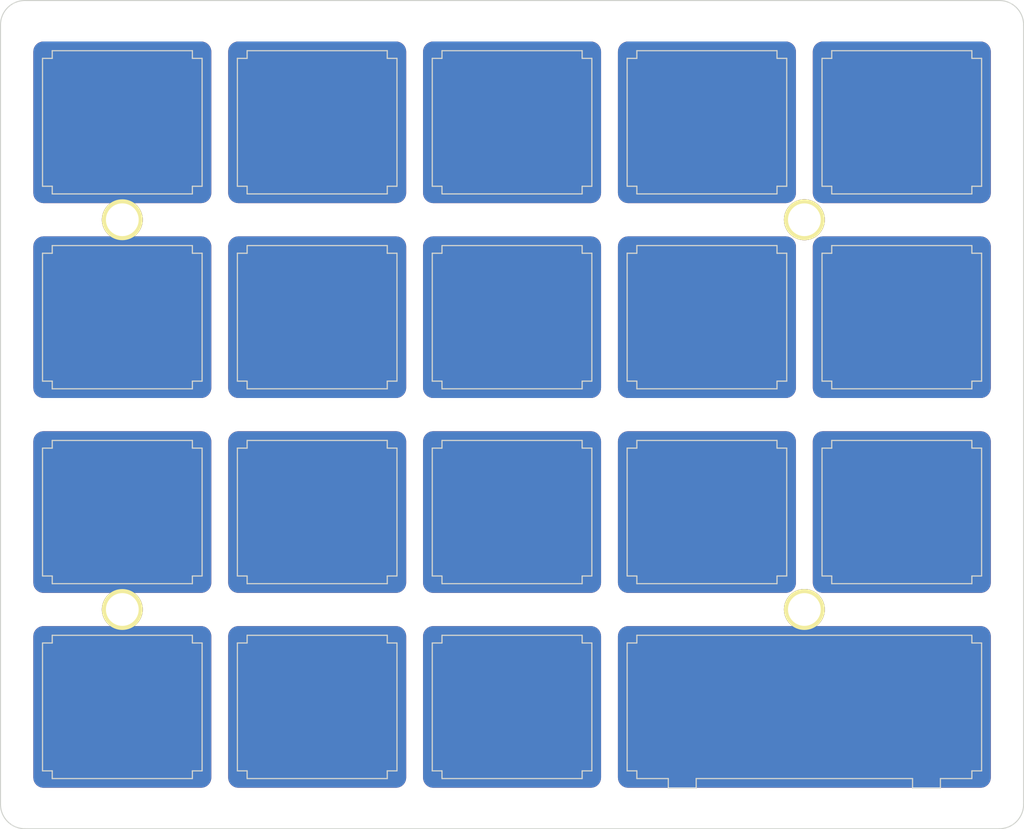
<source format=kicad_pcb>
(kicad_pcb (version 20210925) (generator pcbnew)
  (layers (0 "F.Cu" signal) (31 "B.Cu" signal) (34 "B.Paste" user) (35 "F.Paste" user) (36 "B.SilkS" user "B.Silkscreen") (37 "F.SilkS" user "F.Silkscreen") (38 "B.Mask" user) (39 "F.Mask" user) (44 "Edge.Cuts" user))
  (net 0 "")
  (footprint "Keebio_Components:MX-Alps_Switch_Cutout" (layer "F.Cu") (at 115.8875 76.2)
    (fp_text reference "REF**" hide)
    (fp_text value "MX-Alps_Switch_Cutout" hide)
    (fp_line (start -6.85 7) (end -6.85 6.25) (layer "Edge.Cuts") (width 0.12))
    (fp_line (start 7.8 -6.25) (end 7.8 6.25) (layer "Edge.Cuts") (width 0.12))
    (fp_line (start 6.85 -6.25) (end 7.8 -6.25) (layer "Edge.Cuts") (width 0.12))
    (fp_line (start -7.8 -6.25) (end -6.85 -6.25) (layer "Edge.Cuts") (width 0.12))
    (fp_line (start -6.85 -6.25) (end -6.85 -7) (layer "Edge.Cuts") (width 0.12))
    (fp_line (start -6.85 -7) (end 6.85 -7) (layer "Edge.Cuts") (width 0.12))
    (fp_line (start 7.8 6.25) (end 6.85 6.25) (layer "Edge.Cuts") (width 0.12))
    (fp_line (start -7.8 6.25) (end -7.8 -6.25) (layer "Edge.Cuts") (width 0.12))
    (fp_line (start 6.85 7) (end -6.85 7) (layer "Edge.Cuts") (width 0.12))
    (fp_line (start -6.85 6.25) (end -7.8 6.25) (layer "Edge.Cuts") (width 0.12))
    (fp_line (start 6.85 6.25) (end 6.85 7) (layer "Edge.Cuts") (width 0.12))
    (fp_line (start 6.85 -7) (end 6.85 -6.25) (layer "Edge.Cuts") (width 0.12))
    (pad "1" smd roundrect locked (at 0 0 180) (size 17.4 15.8) (layers "B.Cu" "B.Mask") (roundrect_rratio 0.063))
    (pad "1" smd roundrect locked (at 0 0 180) (size 17.4 15.8) (layers "F.Cu" "F.Mask") (roundrect_rratio 0.063))
  )
  (footprint "Keebio_Components:MX-Alps_Switch_Cutout" (layer "F.Cu") (at 173.0375 57.15)
    (fp_text reference "REF**" hide)
    (fp_text value "MX-Alps_Switch_Cutout" hide)
    (fp_line (start 7.8 6.25) (end 6.85 6.25) (layer "Edge.Cuts") (width 0.12))
    (fp_line (start -7.8 6.25) (end -7.8 -6.25) (layer "Edge.Cuts") (width 0.12))
    (fp_line (start -6.85 7) (end -6.85 6.25) (layer "Edge.Cuts") (width 0.12))
    (fp_line (start 7.8 -6.25) (end 7.8 6.25) (layer "Edge.Cuts") (width 0.12))
    (fp_line (start 6.85 6.25) (end 6.85 7) (layer "Edge.Cuts") (width 0.12))
    (fp_line (start 6.85 7) (end -6.85 7) (layer "Edge.Cuts") (width 0.12))
    (fp_line (start -6.85 -6.25) (end -6.85 -7) (layer "Edge.Cuts") (width 0.12))
    (fp_line (start 6.85 -7) (end 6.85 -6.25) (layer "Edge.Cuts") (width 0.12))
    (fp_line (start -6.85 -7) (end 6.85 -7) (layer "Edge.Cuts") (width 0.12))
    (fp_line (start -7.8 -6.25) (end -6.85 -6.25) (layer "Edge.Cuts") (width 0.12))
    (fp_line (start -6.85 6.25) (end -7.8 6.25) (layer "Edge.Cuts") (width 0.12))
    (fp_line (start 6.85 -6.25) (end 7.8 -6.25) (layer "Edge.Cuts") (width 0.12))
    (pad "1" smd roundrect locked (at 0 0 180) (size 17.4 15.8) (layers "F.Cu" "F.Mask") (roundrect_rratio 0.063))
    (pad "1" smd roundrect locked (at 0 0 180) (size 17.4 15.8) (layers "B.Cu" "B.Mask") (roundrect_rratio 0.063))
  )
  (footprint "Keebio_Components:MX-Alps_Switch_Cutout" (layer "F.Cu") (at 173.0375 76.2)
    (fp_text reference "REF**" hide)
    (fp_text value "MX-Alps_Switch_Cutout" hide)
    (fp_line (start 6.85 -7) (end 6.85 -6.25) (layer "Edge.Cuts") (width 0.12))
    (fp_line (start -6.85 -6.25) (end -6.85 -7) (layer "Edge.Cuts") (width 0.12))
    (fp_line (start -6.85 -7) (end 6.85 -7) (layer "Edge.Cuts") (width 0.12))
    (fp_line (start 6.85 6.25) (end 6.85 7) (layer "Edge.Cuts") (width 0.12))
    (fp_line (start 7.8 -6.25) (end 7.8 6.25) (layer "Edge.Cuts") (width 0.12))
    (fp_line (start -7.8 6.25) (end -7.8 -6.25) (layer "Edge.Cuts") (width 0.12))
    (fp_line (start 6.85 -6.25) (end 7.8 -6.25) (layer "Edge.Cuts") (width 0.12))
    (fp_line (start -6.85 6.25) (end -7.8 6.25) (layer "Edge.Cuts") (width 0.12))
    (fp_line (start 7.8 6.25) (end 6.85 6.25) (layer "Edge.Cuts") (width 0.12))
    (fp_line (start -7.8 -6.25) (end -6.85 -6.25) (layer "Edge.Cuts") (width 0.12))
    (fp_line (start 6.85 7) (end -6.85 7) (layer "Edge.Cuts") (width 0.12))
    (fp_line (start -6.85 7) (end -6.85 6.25) (layer "Edge.Cuts") (width 0.12))
    (pad "1" smd roundrect locked (at 0 0 180) (size 17.4 15.8) (layers "B.Cu" "B.Mask") (roundrect_rratio 0.063))
    (pad "1" smd roundrect locked (at 0 0 180) (size 17.4 15.8) (layers "F.Cu" "F.Mask") (roundrect_rratio 0.063))
  )
  (footprint "Keebio_Components:MX-Alps_Switch_Cutout" (layer "F.Cu") (at 115.8875 114.3)
    (fp_text reference "REF**" hide)
    (fp_text value "MX-Alps_Switch_Cutout" hide)
    (fp_line (start 6.85 -6.25) (end 7.8 -6.25) (layer "Edge.Cuts") (width 0.12))
    (fp_line (start -6.85 -7) (end 6.85 -7) (layer "Edge.Cuts") (width 0.12))
    (fp_line (start -7.8 -6.25) (end -6.85 -6.25) (layer "Edge.Cuts") (width 0.12))
    (fp_line (start -6.85 7) (end -6.85 6.25) (layer "Edge.Cuts") (width 0.12))
    (fp_line (start 6.85 7) (end -6.85 7) (layer "Edge.Cuts") (width 0.12))
    (fp_line (start 6.85 -7) (end 6.85 -6.25) (layer "Edge.Cuts") (width 0.12))
    (fp_line (start -6.85 -6.25) (end -6.85 -7) (layer "Edge.Cuts") (width 0.12))
    (fp_line (start 7.8 -6.25) (end 7.8 6.25) (layer "Edge.Cuts") (width 0.12))
    (fp_line (start 7.8 6.25) (end 6.85 6.25) (layer "Edge.Cuts") (width 0.12))
    (fp_line (start -7.8 6.25) (end -7.8 -6.25) (layer "Edge.Cuts") (width 0.12))
    (fp_line (start 6.85 6.25) (end 6.85 7) (layer "Edge.Cuts") (width 0.12))
    (fp_line (start -6.85 6.25) (end -7.8 6.25) (layer "Edge.Cuts") (width 0.12))
    (pad "1" smd roundrect locked (at 0 0 180) (size 17.4 15.8) (layers "F.Cu" "F.Mask") (roundrect_rratio 0.063))
    (pad "1" smd roundrect locked (at 0 0 180) (size 17.4 15.8) (layers "B.Cu" "B.Mask") (roundrect_rratio 0.063))
  )
  (footprint "Keyboard_Parts:HOLE_M3" (layer "F.Cu") (at 163.5125 66.675)
    (fp_text reference "H4" hide)
    (fp_text value "Hole" hide)
    (pad "1" thru_hole circle locked (at 0 0) (size 4 4) (drill 3.2) (layers *.Cu *.Mask "F.SilkS"))
  )
  (footprint "Keebio_Components:MX-Alps_Switch_Cutout" (layer "F.Cu") (at 115.8875 95.25)
    (fp_text reference "REF**" hide)
    (fp_text value "MX-Alps_Switch_Cutout" hide)
    (fp_line (start 7.8 6.25) (end 6.85 6.25) (layer "Edge.Cuts") (width 0.12))
    (fp_line (start 6.85 -6.25) (end 7.8 -6.25) (layer "Edge.Cuts") (width 0.12))
    (fp_line (start 7.8 -6.25) (end 7.8 6.25) (layer "Edge.Cuts") (width 0.12))
    (fp_line (start -6.85 -6.25) (end -6.85 -7) (layer "Edge.Cuts") (width 0.12))
    (fp_line (start -6.85 -7) (end 6.85 -7) (layer "Edge.Cuts") (width 0.12))
    (fp_line (start 6.85 7) (end -6.85 7) (layer "Edge.Cuts") (width 0.12))
    (fp_line (start -6.85 7) (end -6.85 6.25) (layer "Edge.Cuts") (width 0.12))
    (fp_line (start -7.8 -6.25) (end -6.85 -6.25) (layer "Edge.Cuts") (width 0.12))
    (fp_line (start -7.8 6.25) (end -7.8 -6.25) (layer "Edge.Cuts") (width 0.12))
    (fp_line (start 6.85 -7) (end 6.85 -6.25) (layer "Edge.Cuts") (width 0.12))
    (fp_line (start 6.85 6.25) (end 6.85 7) (layer "Edge.Cuts") (width 0.12))
    (fp_line (start -6.85 6.25) (end -7.8 6.25) (layer "Edge.Cuts") (width 0.12))
    (pad "1" smd roundrect locked (at 0 0 180) (size 17.4 15.8) (layers "B.Cu" "B.Mask") (roundrect_rratio 0.063))
    (pad "1" smd roundrect locked (at 0 0 180) (size 17.4 15.8) (layers "F.Cu" "F.Mask") (roundrect_rratio 0.063))
  )
  (footprint "Keyboard_Parts:HOLE_M3" (layer "F.Cu") (at 96.8375 104.775)
    (fp_text reference "H3" hide)
    (fp_text value "Hole" hide)
    (pad "1" thru_hole circle locked (at 0 0) (size 4 4) (drill 3.2) (layers *.Cu *.Mask "F.SilkS"))
  )
  (footprint "Keebio_Components:MX-Alps_Switch_Cutout" (layer "F.Cu") (at 153.9875 76.2)
    (fp_text reference "REF**" hide)
    (fp_text value "MX-Alps_Switch_Cutout" hide)
    (fp_line (start 6.85 -7) (end 6.85 -6.25) (layer "Edge.Cuts") (width 0.12))
    (fp_line (start -6.85 -7) (end 6.85 -7) (layer "Edge.Cuts") (width 0.12))
    (fp_line (start -6.85 6.25) (end -7.8 6.25) (layer "Edge.Cuts") (width 0.12))
    (fp_line (start 6.85 7) (end -6.85 7) (layer "Edge.Cuts") (width 0.12))
    (fp_line (start -6.85 -6.25) (end -6.85 -7) (layer "Edge.Cuts") (width 0.12))
    (fp_line (start -7.8 6.25) (end -7.8 -6.25) (layer "Edge.Cuts") (width 0.12))
    (fp_line (start -6.85 7) (end -6.85 6.25) (layer "Edge.Cuts") (width 0.12))
    (fp_line (start 7.8 6.25) (end 6.85 6.25) (layer "Edge.Cuts") (width 0.12))
    (fp_line (start 7.8 -6.25) (end 7.8 6.25) (layer "Edge.Cuts") (width 0.12))
    (fp_line (start -7.8 -6.25) (end -6.85 -6.25) (layer "Edge.Cuts") (width 0.12))
    (fp_line (start 6.85 -6.25) (end 7.8 -6.25) (layer "Edge.Cuts") (width 0.12))
    (fp_line (start 6.85 6.25) (end 6.85 7) (layer "Edge.Cuts") (width 0.12))
    (pad "1" smd roundrect locked (at 0 0 180) (size 17.4 15.8) (layers "F.Cu" "F.Mask") (roundrect_rratio 0.063))
    (pad "1" smd roundrect locked (at 0 0 180) (size 17.4 15.8) (layers "B.Cu" "B.Mask") (roundrect_rratio 0.063))
  )
  (footprint "Keebio_Components:MX-Alps_Switch_Cutout" (layer "F.Cu") (at 134.9375 76.2)
    (fp_text reference "REF**" hide)
    (fp_text value "MX-Alps_Switch_Cutout" hide)
    (fp_line (start 6.85 -6.25) (end 7.8 -6.25) (layer "Edge.Cuts") (width 0.12))
    (fp_line (start -6.85 6.25) (end -7.8 6.25) (layer "Edge.Cuts") (width 0.12))
    (fp_line (start -6.85 7) (end -6.85 6.25) (layer "Edge.Cuts") (width 0.12))
    (fp_line (start 6.85 -7) (end 6.85 -6.25) (layer "Edge.Cuts") (width 0.12))
    (fp_line (start -7.8 6.25) (end -7.8 -6.25) (layer "Edge.Cuts") (width 0.12))
    (fp_line (start 6.85 6.25) (end 6.85 7) (layer "Edge.Cuts") (width 0.12))
    (fp_line (start -6.85 -6.25) (end -6.85 -7) (layer "Edge.Cuts") (width 0.12))
    (fp_line (start 7.8 6.25) (end 6.85 6.25) (layer "Edge.Cuts") (width 0.12))
    (fp_line (start 6.85 7) (end -6.85 7) (layer "Edge.Cuts") (width 0.12))
    (fp_line (start -7.8 -6.25) (end -6.85 -6.25) (layer "Edge.Cuts") (width 0.12))
    (fp_line (start -6.85 -7) (end 6.85 -7) (layer "Edge.Cuts") (width 0.12))
    (fp_line (start 7.8 -6.25) (end 7.8 6.25) (layer "Edge.Cuts") (width 0.12))
    (pad "1" smd roundrect locked (at 0 0 180) (size 17.4 15.8) (layers "F.Cu" "F.Mask") (roundrect_rratio 0.063))
    (pad "1" smd roundrect locked (at 0 0 180) (size 17.4 15.8) (layers "B.Cu" "B.Mask") (roundrect_rratio 0.063))
  )
  (footprint "Keebio_Components:MX-Alps_Switch_Cutout" (layer "F.Cu") (at 173.0375 95.25)
    (fp_text reference "REF**" hide)
    (fp_text value "MX-Alps_Switch_Cutout" hide)
    (fp_line (start 6.85 6.25) (end 6.85 7) (layer "Edge.Cuts") (width 0.12))
    (fp_line (start 6.85 -6.25) (end 7.8 -6.25) (layer "Edge.Cuts") (width 0.12))
    (fp_line (start 7.8 6.25) (end 6.85 6.25) (layer "Edge.Cuts") (width 0.12))
    (fp_line (start 6.85 7) (end -6.85 7) (layer "Edge.Cuts") (width 0.12))
    (fp_line (start 7.8 -6.25) (end 7.8 6.25) (layer "Edge.Cuts") (width 0.12))
    (fp_line (start 6.85 -7) (end 6.85 -6.25) (layer "Edge.Cuts") (width 0.12))
    (fp_line (start -6.85 -6.25) (end -6.85 -7) (layer "Edge.Cuts") (width 0.12))
    (fp_line (start -7.8 -6.25) (end -6.85 -6.25) (layer "Edge.Cuts") (width 0.12))
    (fp_line (start -6.85 6.25) (end -7.8 6.25) (layer "Edge.Cuts") (width 0.12))
    (fp_line (start -6.85 7) (end -6.85 6.25) (layer "Edge.Cuts") (width 0.12))
    (fp_line (start -7.8 6.25) (end -7.8 -6.25) (layer "Edge.Cuts") (width 0.12))
    (fp_line (start -6.85 -7) (end 6.85 -7) (layer "Edge.Cuts") (width 0.12))
    (pad "1" smd roundrect locked (at 0 0 180) (size 17.4 15.8) (layers "B.Cu" "B.Mask") (roundrect_rratio 0.063))
    (pad "1" smd roundrect locked (at 0 0 180) (size 17.4 15.8) (layers "F.Cu" "F.Mask") (roundrect_rratio 0.063))
  )
  (footprint "Keebio_Components:MX-Alps_Switch_Cutout" (layer "F.Cu") (at 96.8375 95.25)
    (fp_text reference "REF**" hide)
    (fp_text value "MX-Alps_Switch_Cutout" hide)
    (fp_line (start -6.85 7) (end -6.85 6.25) (layer "Edge.Cuts") (width 0.12))
    (fp_line (start 6.85 7) (end -6.85 7) (layer "Edge.Cuts") (width 0.12))
    (fp_line (start -6.85 6.25) (end -7.8 6.25) (layer "Edge.Cuts") (width 0.12))
    (fp_line (start -6.85 -6.25) (end -6.85 -7) (layer "Edge.Cuts") (width 0.12))
    (fp_line (start -6.85 -7) (end 6.85 -7) (layer "Edge.Cuts") (width 0.12))
    (fp_line (start -7.8 6.25) (end -7.8 -6.25) (layer "Edge.Cuts") (width 0.12))
    (fp_line (start 7.8 -6.25) (end 7.8 6.25) (layer "Edge.Cuts") (width 0.12))
    (fp_line (start 6.85 -7) (end 6.85 -6.25) (layer "Edge.Cuts") (width 0.12))
    (fp_line (start 7.8 6.25) (end 6.85 6.25) (layer "Edge.Cuts") (width 0.12))
    (fp_line (start 6.85 6.25) (end 6.85 7) (layer "Edge.Cuts") (width 0.12))
    (fp_line (start -7.8 -6.25) (end -6.85 -6.25) (layer "Edge.Cuts") (width 0.12))
    (fp_line (start 6.85 -6.25) (end 7.8 -6.25) (layer "Edge.Cuts") (width 0.12))
    (pad "1" smd roundrect locked (at 0 0 180) (size 17.4 15.8) (layers "F.Cu" "F.Mask") (roundrect_rratio 0.063))
    (pad "1" smd roundrect locked (at 0 0 180) (size 17.4 15.8) (layers "B.Cu" "B.Mask") (roundrect_rratio 0.063))
  )
  (footprint "Keyboard_Parts:HOLE_M3" (layer "F.Cu") (at 96.8375 66.675)
    (fp_text reference "H1" hide)
    (fp_text value "Hole" hide)
    (pad "1" thru_hole circle locked (at 0 0) (size 4 4) (drill 3.2) (layers *.Cu *.Mask "F.SilkS"))
  )
  (footprint "Keebio_Components:MX-Alps_Switch_Cutout" (layer "F.Cu") (at 96.8375 76.2)
    (fp_text reference "REF**" hide)
    (fp_text value "MX-Alps_Switch_Cutout" hide)
    (fp_line (start -6.85 7) (end -6.85 6.25) (layer "Edge.Cuts") (width 0.12))
    (fp_line (start -6.85 -7) (end 6.85 -7) (layer "Edge.Cuts") (width 0.12))
    (fp_line (start -7.8 6.25) (end -7.8 -6.25) (layer "Edge.Cuts") (width 0.12))
    (fp_line (start 6.85 -6.25) (end 7.8 -6.25) (layer "Edge.Cuts") (width 0.12))
    (fp_line (start 7.8 -6.25) (end 7.8 6.25) (layer "Edge.Cuts") (width 0.12))
    (fp_line (start 7.8 6.25) (end 6.85 6.25) (layer "Edge.Cuts") (width 0.12))
    (fp_line (start -6.85 6.25) (end -7.8 6.25) (layer "Edge.Cuts") (width 0.12))
    (fp_line (start 6.85 -7) (end 6.85 -6.25) (layer "Edge.Cuts") (width 0.12))
    (fp_line (start -7.8 -6.25) (end -6.85 -6.25) (layer "Edge.Cuts") (width 0.12))
    (fp_line (start 6.85 6.25) (end 6.85 7) (layer "Edge.Cuts") (width 0.12))
    (fp_line (start -6.85 -6.25) (end -6.85 -7) (layer "Edge.Cuts") (width 0.12))
    (fp_line (start 6.85 7) (end -6.85 7) (layer "Edge.Cuts") (width 0.12))
    (pad "1" smd roundrect locked (at 0 0 180) (size 17.4 15.8) (layers "B.Cu" "B.Mask") (roundrect_rratio 0.063))
    (pad "1" smd roundrect locked (at 0 0 180) (size 17.4 15.8) (layers "F.Cu" "F.Mask") (roundrect_rratio 0.063))
  )
  (footprint "Keebio_Components:MX-Alps_Switch_Cutout" (layer "F.Cu") (at 153.9875 95.25)
    (fp_text reference "REF**" hide)
    (fp_text value "MX-Alps_Switch_Cutout" hide)
    (fp_line (start 7.8 -6.25) (end 7.8 6.25) (layer "Edge.Cuts") (width 0.12))
    (fp_line (start -6.85 -6.25) (end -6.85 -7) (layer "Edge.Cuts") (width 0.12))
    (fp_line (start 6.85 -7) (end 6.85 -6.25) (layer "Edge.Cuts") (width 0.12))
    (fp_line (start 6.85 6.25) (end 6.85 7) (layer "Edge.Cuts") (width 0.12))
    (fp_line (start 6.85 7) (end -6.85 7) (layer "Edge.Cuts") (width 0.12))
    (fp_line (start -6.85 6.25) (end -7.8 6.25) (layer "Edge.Cuts") (width 0.12))
    (fp_line (start -6.85 7) (end -6.85 6.25) (layer "Edge.Cuts") (width 0.12))
    (fp_line (start 7.8 6.25) (end 6.85 6.25) (layer "Edge.Cuts") (width 0.12))
    (fp_line (start 6.85 -6.25) (end 7.8 -6.25) (layer "Edge.Cuts") (width 0.12))
    (fp_line (start -6.85 -7) (end 6.85 -7) (layer "Edge.Cuts") (width 0.12))
    (fp_line (start -7.8 6.25) (end -7.8 -6.25) (layer "Edge.Cuts") (width 0.12))
    (fp_line (start -7.8 -6.25) (end -6.85 -6.25) (layer "Edge.Cuts") (width 0.12))
    (pad "1" smd roundrect locked (at 0 0 180) (size 17.4 15.8) (layers "B.Cu" "B.Mask") (roundrect_rratio 0.063))
    (pad "1" smd roundrect locked (at 0 0 180) (size 17.4 15.8) (layers "F.Cu" "F.Mask") (roundrect_rratio 0.063))
  )
  (footprint "Keebio_Components:MX-Alps_Switch_Cutout" (layer "F.Cu") (at 96.8375 57.15)
    (fp_text reference "REF**" hide)
    (fp_text value "MX-Alps_Switch_Cutout" hide)
    (fp_line (start -6.85 -6.25) (end -6.85 -7) (layer "Edge.Cuts") (width 0.12))
    (fp_line (start -7.8 6.25) (end -7.8 -6.25) (layer "Edge.Cuts") (width 0.12))
    (fp_line (start 7.8 -6.25) (end 7.8 6.25) (layer "Edge.Cuts") (width 0.12))
    (fp_line (start 6.85 7) (end -6.85 7) (layer "Edge.Cuts") (width 0.12))
    (fp_line (start -6.85 6.25) (end -7.8 6.25) (layer "Edge.Cuts") (width 0.12))
    (fp_line (start -6.85 -7) (end 6.85 -7) (layer "Edge.Cuts") (width 0.12))
    (fp_line (start -6.85 7) (end -6.85 6.25) (layer "Edge.Cuts") (width 0.12))
    (fp_line (start 7.8 6.25) (end 6.85 6.25) (layer "Edge.Cuts") (width 0.12))
    (fp_line (start 6.85 -6.25) (end 7.8 -6.25) (layer "Edge.Cuts") (width 0.12))
    (fp_line (start 6.85 -7) (end 6.85 -6.25) (layer "Edge.Cuts") (width 0.12))
    (fp_line (start 6.85 6.25) (end 6.85 7) (layer "Edge.Cuts") (width 0.12))
    (fp_line (start -7.8 -6.25) (end -6.85 -6.25) (layer "Edge.Cuts") (width 0.12))
    (pad "1" smd roundrect locked (at 0 0 180) (size 17.4 15.8) (layers "F.Cu" "F.Mask") (roundrect_rratio 0.063))
    (pad "1" smd roundrect locked (at 0 0 180) (size 17.4 15.8) (layers "B.Cu" "B.Mask") (roundrect_rratio 0.063))
  )
  (footprint "Keebio_Components:MX-Alps_Switch_Cutout" (layer "F.Cu") (at 96.8375 114.3)
    (fp_text reference "REF**" hide)
    (fp_text value "MX-Alps_Switch_Cutout" hide)
    (fp_line (start 6.85 -6.25) (end 7.8 -6.25) (layer "Edge.Cuts") (width 0.12))
    (fp_line (start 6.85 -7) (end 6.85 -6.25) (layer "Edge.Cuts") (width 0.12))
    (fp_line (start 6.85 7) (end -6.85 7) (layer "Edge.Cuts") (width 0.12))
    (fp_line (start -6.85 -7) (end 6.85 -7) (layer "Edge.Cuts") (width 0.12))
    (fp_line (start 7.8 -6.25) (end 7.8 6.25) (layer "Edge.Cuts") (width 0.12))
    (fp_line (start -6.85 6.25) (end -7.8 6.25) (layer "Edge.Cuts") (width 0.12))
    (fp_line (start -7.8 6.25) (end -7.8 -6.25) (layer "Edge.Cuts") (width 0.12))
    (fp_line (start -7.8 -6.25) (end -6.85 -6.25) (layer "Edge.Cuts") (width 0.12))
    (fp_line (start -6.85 -6.25) (end -6.85 -7) (layer "Edge.Cuts") (width 0.12))
    (fp_line (start 6.85 6.25) (end 6.85 7) (layer "Edge.Cuts") (width 0.12))
    (fp_line (start -6.85 7) (end -6.85 6.25) (layer "Edge.Cuts") (width 0.12))
    (fp_line (start 7.8 6.25) (end 6.85 6.25) (layer "Edge.Cuts") (width 0.12))
    (pad "1" smd roundrect locked (at 0 0 180) (size 17.4 15.8) (layers "B.Cu" "B.Mask") (roundrect_rratio 0.063))
    (pad "1" smd roundrect locked (at 0 0 180) (size 17.4 15.8) (layers "F.Cu" "F.Mask") (roundrect_rratio 0.063))
  )
  (footprint "Keebio_Components:MX-Alps_Switch_Cutout" (layer "F.Cu") (at 115.8875 57.15)
    (fp_text reference "REF**" hide)
    (fp_text value "MX-Alps_Switch_Cutout" hide)
    (fp_line (start 7.8 -6.25) (end 7.8 6.25) (layer "Edge.Cuts") (width 0.12))
    (fp_line (start 6.85 6.25) (end 6.85 7) (layer "Edge.Cuts") (width 0.12))
    (fp_line (start 7.8 6.25) (end 6.85 6.25) (layer "Edge.Cuts") (width 0.12))
    (fp_line (start -7.8 -6.25) (end -6.85 -6.25) (layer "Edge.Cuts") (width 0.12))
    (fp_line (start -6.85 -6.25) (end -6.85 -7) (layer "Edge.Cuts") (width 0.12))
    (fp_line (start -7.8 6.25) (end -7.8 -6.25) (layer "Edge.Cuts") (width 0.12))
    (fp_line (start 6.85 -6.25) (end 7.8 -6.25) (layer "Edge.Cuts") (width 0.12))
    (fp_line (start -6.85 6.25) (end -7.8 6.25) (layer "Edge.Cuts") (width 0.12))
    (fp_line (start -6.85 7) (end -6.85 6.25) (layer "Edge.Cuts") (width 0.12))
    (fp_line (start -6.85 -7) (end 6.85 -7) (layer "Edge.Cuts") (width 0.12))
    (fp_line (start 6.85 -7) (end 6.85 -6.25) (layer "Edge.Cuts") (width 0.12))
    (fp_line (start 6.85 7) (end -6.85 7) (layer "Edge.Cuts") (width 0.12))
    (pad "1" smd roundrect locked (at 0 0 180) (size 17.4 15.8) (layers "B.Cu" "B.Mask") (roundrect_rratio 0.063))
    (pad "1" smd roundrect locked (at 0 0 180) (size 17.4 15.8) (layers "F.Cu" "F.Mask") (roundrect_rratio 0.063))
  )
  (footprint "Keebio_Components:MX-Alps_Switch_Cutout" (layer "F.Cu") (at 134.9375 95.25)
    (fp_text reference "REF**" hide)
    (fp_text value "MX-Alps_Switch_Cutout" hide)
    (fp_line (start 6.85 -6.25) (end 7.8 -6.25) (layer "Edge.Cuts") (width 0.12))
    (fp_line (start -7.8 6.25) (end -7.8 -6.25) (layer "Edge.Cuts") (width 0.12))
    (fp_line (start 6.85 7) (end -6.85 7) (layer "Edge.Cuts") (width 0.12))
    (fp_line (start 7.8 -6.25) (end 7.8 6.25) (layer "Edge.Cuts") (width 0.12))
    (fp_line (start -6.85 -6.25) (end -6.85 -7) (layer "Edge.Cuts") (width 0.12))
    (fp_line (start -7.8 -6.25) (end -6.85 -6.25) (layer "Edge.Cuts") (width 0.12))
    (fp_line (start -6.85 -7) (end 6.85 -7) (layer "Edge.Cuts") (width 0.12))
    (fp_line (start 7.8 6.25) (end 6.85 6.25) (layer "Edge.Cuts") (width 0.12))
    (fp_line (start -6.85 7) (end -6.85 6.25) (layer "Edge.Cuts") (width 0.12))
    (fp_line (start 6.85 -7) (end 6.85 -6.25) (layer "Edge.Cuts") (width 0.12))
    (fp_line (start -6.85 6.25) (end -7.8 6.25) (layer "Edge.Cuts") (width 0.12))
    (fp_line (start 6.85 6.25) (end 6.85 7) (layer "Edge.Cuts") (width 0.12))
    (pad "1" smd roundrect locked (at 0 0 180) (size 17.4 15.8) (layers "B.Cu" "B.Mask") (roundrect_rratio 0.063))
    (pad "1" smd roundrect locked (at 0 0 180) (size 17.4 15.8) (layers "F.Cu" "F.Mask") (roundrect_rratio 0.063))
  )
  (footprint "Keebio_Components:MX-Alps_Switch_Cutout" (layer "F.Cu") (at 153.9875 57.15)
    (fp_text reference "REF**" hide)
    (fp_text value "MX-Alps_Switch_Cutout" hide)
    (fp_line (start 7.8 -6.25) (end 7.8 6.25) (layer "Edge.Cuts") (width 0.12))
    (fp_line (start 6.85 -7) (end 6.85 -6.25) (layer "Edge.Cuts") (width 0.12))
    (fp_line (start -7.8 6.25) (end -7.8 -6.25) (layer "Edge.Cuts") (width 0.12))
    (fp_line (start -6.85 7) (end -6.85 6.25) (layer "Edge.Cuts") (width 0.12))
    (fp_line (start 7.8 6.25) (end 6.85 6.25) (layer "Edge.Cuts") (width 0.12))
    (fp_line (start -7.8 -6.25) (end -6.85 -6.25) (layer "Edge.Cuts") (width 0.12))
    (fp_line (start -6.85 -6.25) (end -6.85 -7) (layer "Edge.Cuts") (width 0.12))
    (fp_line (start -6.85 6.25) (end -7.8 6.25) (layer "Edge.Cuts") (width 0.12))
    (fp_line (start 6.85 6.25) (end 6.85 7) (layer "Edge.Cuts") (width 0.12))
    (fp_line (start -6.85 -7) (end 6.85 -7) (layer "Edge.Cuts") (width 0.12))
    (fp_line (start 6.85 7) (end -6.85 7) (layer "Edge.Cuts") (width 0.12))
    (fp_line (start 6.85 -6.25) (end 7.8 -6.25) (layer "Edge.Cuts") (width 0.12))
    (pad "1" smd roundrect locked (at 0 0 180) (size 17.4 15.8) (layers "B.Cu" "B.Mask") (roundrect_rratio 0.063))
    (pad "1" smd roundrect locked (at 0 0 180) (size 17.4 15.8) (layers "F.Cu" "F.Mask") (roundrect_rratio 0.063))
  )
  (footprint "Keebio_Components:MX-Alps_Switch_Cutout-1u_2u" (layer "F.Cu") (at 163.5125 114.3)
    (fp_text reference "REF**" hide)
    (fp_text value "MX-Alps_Switch_Cutout" hide)
    (fp_line (start 17.325 -6.25) (end 17.325 6.25) (layer "Edge.Cuts") (width 0.12))
    (fp_line (start -16.375 -7) (end 16.375 -7) (layer "Edge.Cuts") (width 0.12))
    (fp_line (start -10.575 7) (end 10.575 7) (layer "Edge.Cuts") (width 0.12))
    (fp_line (start 16.375 -6.25) (end 17.325 -6.25) (layer "Edge.Cuts") (width 0.12))
    (fp_line (start -16.375 7) (end -13.3 7) (layer "Edge.Cuts") (width 0.12))
    (fp_line (start -13.3 7.925) (end -10.575 7.925) (layer "Edge.Cuts") (width 0.12))
    (fp_line (start 10.575 7) (end 10.575 7.925) (layer "Edge.Cuts") (width 0.12))
    (fp_line (start -16.375 6.25) (end -16.375 7) (layer "Edge.Cuts") (width 0.12))
    (fp_line (start 10.575 7.925) (end 13.3 7.925) (layer "Edge.Cuts") (width 0.12))
    (fp_line (start 13.3 7.925) (end 13.3 7) (layer "Edge.Cuts") (width 0.12))
    (fp_line (start -17.325 -6.25) (end -17.325 6.25) (layer "Edge.Cuts") (width 0.12))
    (fp_line (start 16.375 -7) (end 16.375 -6.25) (layer "Edge.Cuts") (width 0.12))
    (fp_line (start -13.3 7) (end -13.3 7.925) (layer "Edge.Cuts") (width 0.12))
    (fp_line (start -16.375 -6.25) (end -16.375 -7) (layer "Edge.Cuts") (width 0.12))
    (fp_line (start -10.575 7.925) (end -10.575 7) (layer "Edge.Cuts") (width 0.12))
    (fp_line (start -17.325 -6.25) (end -16.375 -6.25) (layer "Edge.Cuts") (width 0.12))
    (fp_line (start 16.375 7) (end 16.375 6.25) (layer "Edge.Cuts") (width 0.12))
    (fp_line (start 13.3 7) (end 16.375 7) (layer "Edge.Cuts") (width 0.12))
    (fp_line (start -17.325 6.25) (end -16.375 6.25) (layer "Edge.Cuts") (width 0.12))
    (fp_line (start 16.375 6.25) (end 17.325 6.25) (layer "Edge.Cuts") (width 0.12))
    (pad "1" smd roundrect locked (at 0 0 180) (size 36.45 15.8) (layers "B.Cu" "B.Mask") (roundrect_rratio 0.063))
    (pad "1" smd roundrect locked (at 0 0 180) (size 36.45 15.8) (layers "F.Cu" "F.Mask") (roundrect_rratio 0.063))
  )
  (footprint "Keyboard_Parts:HOLE_M3" (layer "F.Cu") (at 163.5125 104.775)
    (fp_text reference "H2" hide)
    (fp_text value "Hole" hide)
    (pad "1" thru_hole circle locked (at 0 0) (size 4 4) (drill 3.2) (layers *.Cu *.Mask "F.SilkS"))
  )
  (footprint "Keebio_Components:MX-Alps_Switch_Cutout" (layer "F.Cu") (at 134.9375 57.15)
    (fp_text reference "REF**" hide)
    (fp_text value "MX-Alps_Switch_Cutout" hide)
    (fp_line (start -7.8 6.25) (end -7.8 -6.25) (layer "Edge.Cuts") (width 0.12))
    (fp_line (start 6.85 6.25) (end 6.85 7) (layer "Edge.Cuts") (width 0.12))
    (fp_line (start 7.8 -6.25) (end 7.8 6.25) (layer "Edge.Cuts") (width 0.12))
    (fp_line (start -6.85 6.25) (end -7.8 6.25) (layer "Edge.Cuts") (width 0.12))
    (fp_line (start 7.8 6.25) (end 6.85 6.25) (layer "Edge.Cuts") (width 0.12))
    (fp_line (start 6.85 7) (end -6.85 7) (layer "Edge.Cuts") (width 0.12))
    (fp_line (start -6.85 -6.25) (end -6.85 -7) (layer "Edge.Cuts") (width 0.12))
    (fp_line (start 6.85 -7) (end 6.85 -6.25) (layer "Edge.Cuts") (width 0.12))
    (fp_line (start -6.85 7) (end -6.85 6.25) (layer "Edge.Cuts") (width 0.12))
    (fp_line (start 6.85 -6.25) (end 7.8 -6.25) (layer "Edge.Cuts") (width 0.12))
    (fp_line (start -6.85 -7) (end 6.85 -7) (layer "Edge.Cuts") (width 0.12))
    (fp_line (start -7.8 -6.25) (end -6.85 -6.25) (layer "Edge.Cuts") (width 0.12))
    (pad "1" smd roundrect locked (at 0 0 180) (size 17.4 15.8) (layers "F.Cu" "F.Mask") (roundrect_rratio 0.063))
    (pad "1" smd roundrect locked (at 0 0 180) (size 17.4 15.8) (layers "B.Cu" "B.Mask") (roundrect_rratio 0.063))
  )
  (footprint "Keebio_Components:MX-Alps_Switch_Cutout" (layer "F.Cu") (at 134.9375 114.3)
    (fp_text reference "REF**" hide)
    (fp_text value "MX-Alps_Switch_Cutout" hide)
    (fp_line (start 6.85 -6.25) (end 7.8 -6.25) (layer "Edge.Cuts") (width 0.12))
    (fp_line (start 6.85 -7) (end 6.85 -6.25) (layer "Edge.Cuts") (width 0.12))
    (fp_line (start -7.8 -6.25) (end -6.85 -6.25) (layer "Edge.Cuts") (width 0.12))
    (fp_line (start -6.85 -6.25) (end -6.85 -7) (layer "Edge.Cuts") (width 0.12))
    (fp_line (start -6.85 6.25) (end -7.8 6.25) (layer "Edge.Cuts") (width 0.12))
    (fp_line (start 7.8 6.25) (end 6.85 6.25) (layer "Edge.Cuts") (width 0.12))
    (fp_line (start -7.8 6.25) (end -7.8 -6.25) (layer "Edge.Cuts") (width 0.12))
    (fp_line (start 7.8 -6.25) (end 7.8 6.25) (layer "Edge.Cuts") (width 0.12))
    (fp_line (start 6.85 7) (end -6.85 7) (layer "Edge.Cuts") (width 0.12))
    (fp_line (start -6.85 7) (end -6.85 6.25) (layer "Edge.Cuts") (width 0.12))
    (fp_line (start 6.85 6.25) (end 6.85 7) (layer "Edge.Cuts") (width 0.12))
    (fp_line (start -6.85 -7) (end 6.85 -7) (layer "Edge.Cuts") (width 0.12))
    (pad "1" smd roundrect locked (at 0 0 180) (size 17.4 15.8) (layers "B.Cu" "B.Mask") (roundrect_rratio 0.063))
    (pad "1" smd roundrect locked (at 0 0 180) (size 17.4 15.8) (layers "F.Cu" "F.Mask") (roundrect_rratio 0.063))
  )
  (gr_arc (start 182.5625 47.625) (end 182.5625 45.24375) (angle 90) (layer "Edge.Cuts") (width 0.1))
  (gr_arc (start 87.3125 123.825) (end 87.3125 126.20625) (angle 90) (layer "Edge.Cuts") (width 0.1))
  (gr_line (start 182.5625 45.24375) (end 87.3125 45.24375) (layer "Edge.Cuts") (width 0.1))
  (gr_arc (start 87.3125 47.625) (end 87.3125 45.24375) (angle -90) (layer "Edge.Cuts") (width 0.1))
  (gr_line (start 84.93125 47.625) (end 84.93125 123.825) (layer "Edge.Cuts") (width 0.1))
  (gr_arc (start 182.5625 123.825) (end 182.5625 126.20625) (angle -90) (layer "Edge.Cuts") (width 0.1))
  (gr_line (start 184.94375 123.825) (end 184.94375 47.625) (layer "Edge.Cuts") (width 0.1))
  (gr_line (start 87.3125 126.20625) (end 182.5625 126.20625) (layer "Edge.Cuts") (width 0.1))
)
</source>
